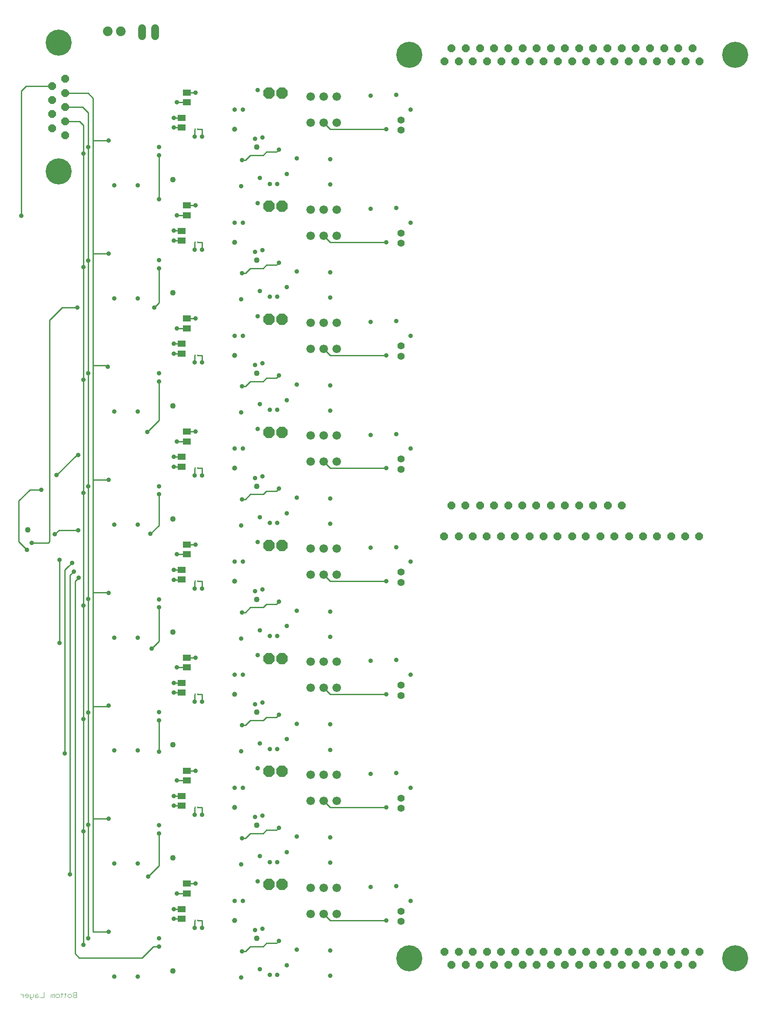
<source format=gbl>
G75*
%MOIN*%
%OFA0B0*%
%FSLAX25Y25*%
%IPPOS*%
%LPD*%
%AMOC8*
5,1,8,0,0,1.08239X$1,22.5*
%
%ADD10C,0.00300*%
%ADD11R,0.05906X0.05118*%
%ADD12C,0.05543*%
%ADD13R,0.01102X0.01693*%
%ADD14OC8,0.06000*%
%ADD15C,0.20000*%
%ADD16C,0.06000*%
%ADD17C,0.07400*%
%ADD18C,0.06600*%
%ADD19OC8,0.08500*%
%ADD20C,0.01000*%
%ADD21C,0.03575*%
%ADD22C,0.04362*%
%ADD23C,0.03969*%
D10*
X0050247Y0077515D02*
X0050920Y0077515D01*
X0050247Y0077515D02*
X0049575Y0078188D01*
X0049575Y0081549D01*
X0048277Y0080877D02*
X0047604Y0081549D01*
X0046260Y0081549D01*
X0045587Y0080877D01*
X0045587Y0080205D01*
X0048277Y0080205D01*
X0048277Y0080877D02*
X0048277Y0079532D01*
X0047604Y0078860D01*
X0046260Y0078860D01*
X0044289Y0078860D02*
X0044289Y0081549D01*
X0044289Y0080205D02*
X0042944Y0081549D01*
X0042272Y0081549D01*
X0049575Y0078860D02*
X0051592Y0078860D01*
X0052265Y0079532D01*
X0052265Y0081549D01*
X0053563Y0080877D02*
X0053563Y0078860D01*
X0055580Y0078860D01*
X0056252Y0079532D01*
X0055580Y0080205D01*
X0053563Y0080205D01*
X0053563Y0080877D02*
X0054235Y0081549D01*
X0055580Y0081549D01*
X0057550Y0078860D02*
X0060240Y0078860D01*
X0060240Y0082894D01*
X0065526Y0080877D02*
X0065526Y0078860D01*
X0066870Y0078860D02*
X0066870Y0080877D01*
X0066198Y0081549D01*
X0065526Y0080877D01*
X0066870Y0080877D02*
X0067543Y0081549D01*
X0068215Y0081549D01*
X0068215Y0078860D01*
X0069513Y0079532D02*
X0069513Y0080877D01*
X0070186Y0081549D01*
X0071530Y0081549D01*
X0072203Y0080877D01*
X0072203Y0079532D01*
X0071530Y0078860D01*
X0070186Y0078860D01*
X0069513Y0079532D01*
X0073517Y0078860D02*
X0074189Y0079532D01*
X0074189Y0082222D01*
X0074861Y0081549D02*
X0073517Y0081549D01*
X0076175Y0081549D02*
X0077520Y0081549D01*
X0076847Y0082222D02*
X0076847Y0079532D01*
X0076175Y0078860D01*
X0078818Y0079532D02*
X0078818Y0080877D01*
X0079490Y0081549D01*
X0080835Y0081549D01*
X0081507Y0080877D01*
X0081507Y0079532D01*
X0080835Y0078860D01*
X0079490Y0078860D01*
X0078818Y0079532D01*
X0082806Y0079532D02*
X0083478Y0078860D01*
X0085495Y0078860D01*
X0085495Y0082894D01*
X0083478Y0082894D01*
X0082806Y0082222D01*
X0082806Y0081549D01*
X0083478Y0080877D01*
X0085495Y0080877D01*
X0083478Y0080877D02*
X0082806Y0080205D01*
X0082806Y0079532D01*
D11*
X0166175Y0139341D03*
X0166175Y0146821D03*
X0169925Y0158716D03*
X0169925Y0166196D03*
X0166175Y0225955D03*
X0166175Y0233435D03*
X0169925Y0245330D03*
X0169925Y0252810D03*
X0166175Y0312569D03*
X0166175Y0320049D03*
X0169925Y0331944D03*
X0169925Y0339424D03*
X0166175Y0399183D03*
X0166175Y0406663D03*
X0169925Y0418558D03*
X0169925Y0426038D03*
X0166175Y0485797D03*
X0166175Y0493278D03*
X0169925Y0505172D03*
X0169925Y0512653D03*
X0166175Y0572411D03*
X0166175Y0579892D03*
X0169925Y0591786D03*
X0169925Y0599267D03*
X0166175Y0659026D03*
X0166175Y0666506D03*
X0169925Y0678401D03*
X0169925Y0685881D03*
X0166175Y0745640D03*
X0166175Y0753120D03*
X0169925Y0765015D03*
X0169925Y0772495D03*
D12*
X0334300Y0751442D03*
X0334300Y0743568D03*
X0334300Y0664828D03*
X0334300Y0656954D03*
X0334300Y0578214D03*
X0334300Y0570340D03*
X0334300Y0491599D03*
X0334300Y0483725D03*
X0334300Y0404985D03*
X0334300Y0397111D03*
X0334300Y0318371D03*
X0334300Y0310497D03*
X0334300Y0231757D03*
X0334300Y0223883D03*
X0334300Y0145143D03*
X0334300Y0137269D03*
D13*
X0178429Y0138081D03*
X0176421Y0138081D03*
X0176421Y0224695D03*
X0178429Y0224695D03*
X0178429Y0311309D03*
X0176421Y0311309D03*
X0176421Y0397923D03*
X0178429Y0397923D03*
X0178429Y0484537D03*
X0176421Y0484537D03*
X0176421Y0571152D03*
X0178429Y0571152D03*
X0178429Y0657766D03*
X0176421Y0657766D03*
X0176421Y0744380D03*
X0178429Y0744380D03*
D14*
X0076800Y0739655D03*
X0076800Y0750455D03*
X0066800Y0755855D03*
X0066800Y0745055D03*
X0076800Y0761255D03*
X0076800Y0772055D03*
X0076800Y0782855D03*
X0066800Y0777455D03*
X0066800Y0766655D03*
X0367750Y0796255D03*
X0373150Y0806255D03*
X0378650Y0796255D03*
X0384050Y0806255D03*
X0389450Y0796255D03*
X0400350Y0796255D03*
X0394950Y0806255D03*
X0405750Y0806255D03*
X0411250Y0796255D03*
X0416650Y0806255D03*
X0422050Y0796255D03*
X0427550Y0806255D03*
X0432950Y0796255D03*
X0438350Y0806255D03*
X0449250Y0806255D03*
X0443850Y0796255D03*
X0454650Y0796255D03*
X0460150Y0806255D03*
X0465550Y0796255D03*
X0470950Y0806255D03*
X0476450Y0796255D03*
X0481850Y0806255D03*
X0487250Y0796255D03*
X0492750Y0806255D03*
X0503650Y0806255D03*
X0509050Y0796255D03*
X0498150Y0796255D03*
X0514450Y0806255D03*
X0519950Y0796255D03*
X0525350Y0806255D03*
X0530750Y0796255D03*
X0536250Y0806255D03*
X0541650Y0796255D03*
X0552550Y0796255D03*
X0557950Y0806255D03*
X0547050Y0806255D03*
X0563350Y0796255D03*
X0503675Y0456107D03*
X0493050Y0456107D03*
X0481800Y0456107D03*
X0471175Y0456107D03*
X0459925Y0456107D03*
X0449300Y0456107D03*
X0438050Y0456107D03*
X0427425Y0456107D03*
X0416800Y0456107D03*
X0405550Y0456107D03*
X0394925Y0456107D03*
X0383675Y0456107D03*
X0373050Y0456107D03*
X0367425Y0432357D03*
X0378675Y0432357D03*
X0389300Y0432357D03*
X0399925Y0432357D03*
X0411175Y0432357D03*
X0421800Y0432357D03*
X0433050Y0432357D03*
X0443675Y0432357D03*
X0454300Y0432357D03*
X0465550Y0432357D03*
X0476175Y0432357D03*
X0487425Y0432357D03*
X0498050Y0432357D03*
X0509300Y0432357D03*
X0519925Y0432357D03*
X0530550Y0432357D03*
X0541800Y0432357D03*
X0552425Y0432357D03*
X0563050Y0432357D03*
X0563350Y0114016D03*
X0552450Y0114016D03*
X0541650Y0114016D03*
X0530750Y0114016D03*
X0519850Y0114016D03*
X0509050Y0114016D03*
X0498150Y0114016D03*
X0487250Y0114016D03*
X0476450Y0114016D03*
X0465550Y0114016D03*
X0454650Y0114016D03*
X0443850Y0114016D03*
X0432950Y0114016D03*
X0422050Y0114016D03*
X0411150Y0114016D03*
X0400350Y0114016D03*
X0389450Y0114016D03*
X0378550Y0114016D03*
X0367750Y0114016D03*
X0373150Y0104016D03*
X0384050Y0104016D03*
X0394850Y0104016D03*
X0405750Y0104016D03*
X0416650Y0104016D03*
X0427550Y0104016D03*
X0438350Y0104016D03*
X0449250Y0104016D03*
X0460150Y0104016D03*
X0470950Y0104016D03*
X0481850Y0104016D03*
X0492750Y0104016D03*
X0503550Y0104016D03*
X0514450Y0104016D03*
X0525350Y0104016D03*
X0536150Y0104016D03*
X0547050Y0104016D03*
X0557950Y0104016D03*
D15*
X0590550Y0109016D03*
X0340550Y0109016D03*
X0071800Y0711955D03*
X0071800Y0810555D03*
X0340550Y0801255D03*
X0590550Y0801255D03*
D16*
X0145550Y0815755D02*
X0145550Y0821755D01*
X0135550Y0821755D02*
X0135550Y0815755D01*
D17*
X0119300Y0819380D03*
X0109300Y0819380D03*
D18*
X0264925Y0769380D03*
X0274925Y0769380D03*
X0284925Y0769380D03*
X0284925Y0749380D03*
X0274925Y0749380D03*
X0264925Y0749380D03*
X0264925Y0682766D03*
X0274925Y0682766D03*
X0284925Y0682766D03*
X0284925Y0662766D03*
X0274925Y0662766D03*
X0264925Y0662766D03*
X0264925Y0596152D03*
X0274925Y0596152D03*
X0284925Y0596152D03*
X0284925Y0576152D03*
X0274925Y0576152D03*
X0264925Y0576152D03*
X0264925Y0509537D03*
X0274925Y0509537D03*
X0284925Y0509537D03*
X0284925Y0489537D03*
X0274925Y0489537D03*
X0264925Y0489537D03*
X0264925Y0422923D03*
X0274925Y0422923D03*
X0284925Y0422923D03*
X0284925Y0402923D03*
X0274925Y0402923D03*
X0264925Y0402923D03*
X0264925Y0336309D03*
X0274925Y0336309D03*
X0284925Y0336309D03*
X0284925Y0316309D03*
X0274925Y0316309D03*
X0264925Y0316309D03*
X0264925Y0249695D03*
X0274925Y0249695D03*
X0284925Y0249695D03*
X0284925Y0229695D03*
X0274925Y0229695D03*
X0264925Y0229695D03*
X0264925Y0163081D03*
X0274925Y0163081D03*
X0284925Y0163081D03*
X0284925Y0143081D03*
X0274925Y0143081D03*
X0264925Y0143081D03*
D19*
X0243050Y0165581D03*
X0233050Y0165581D03*
X0233050Y0252195D03*
X0243050Y0252195D03*
X0243050Y0338809D03*
X0233050Y0338809D03*
X0233050Y0425423D03*
X0243050Y0425423D03*
X0243050Y0512037D03*
X0233050Y0512037D03*
X0233050Y0598652D03*
X0243050Y0598652D03*
X0243050Y0685266D03*
X0233050Y0685266D03*
X0233050Y0771880D03*
X0243050Y0771880D03*
D20*
X0274925Y0749380D02*
X0279925Y0744380D01*
X0323050Y0744380D01*
X0323050Y0657766D02*
X0279925Y0657766D01*
X0274925Y0662766D01*
X0240550Y0642141D02*
X0238675Y0640266D01*
X0231175Y0640266D01*
X0228675Y0637766D01*
X0218675Y0637766D01*
X0214925Y0634016D01*
X0212425Y0634016D01*
X0181800Y0652141D02*
X0181800Y0657766D01*
X0178429Y0657766D01*
X0176421Y0657766D02*
X0176175Y0657520D01*
X0176175Y0652141D01*
X0166175Y0659026D02*
X0166165Y0659016D01*
X0159925Y0659016D01*
X0159925Y0666516D02*
X0166165Y0666516D01*
X0166175Y0666506D01*
X0162425Y0678391D02*
X0169925Y0678401D01*
X0169925Y0685881D02*
X0176800Y0685891D01*
X0148719Y0690522D02*
X0148675Y0690566D01*
X0148675Y0724380D01*
X0159925Y0745630D02*
X0166165Y0745630D01*
X0166175Y0745640D01*
X0166175Y0753120D02*
X0166165Y0753130D01*
X0159925Y0753130D01*
X0162425Y0765005D02*
X0169925Y0765015D01*
X0169925Y0772495D02*
X0176800Y0772505D01*
X0176421Y0744380D02*
X0176175Y0744134D01*
X0176175Y0738755D01*
X0181800Y0738755D02*
X0181800Y0744380D01*
X0178429Y0744380D01*
X0212425Y0720630D02*
X0214925Y0720630D01*
X0218675Y0724380D01*
X0228675Y0724380D01*
X0231175Y0726880D01*
X0238675Y0726880D01*
X0240550Y0728755D01*
X0148675Y0637766D02*
X0148675Y0611467D01*
X0144979Y0607771D01*
X0162425Y0591777D02*
X0169925Y0591786D01*
X0169925Y0599267D02*
X0176800Y0599277D01*
X0166165Y0579902D02*
X0159925Y0579902D01*
X0166165Y0579902D02*
X0166175Y0579892D01*
X0166175Y0572411D02*
X0166165Y0572402D01*
X0159925Y0572402D01*
X0148675Y0551152D02*
X0148675Y0521235D01*
X0139836Y0512397D01*
X0162425Y0505162D02*
X0169925Y0505172D01*
X0169925Y0512653D02*
X0176800Y0512662D01*
X0166165Y0493287D02*
X0159925Y0493287D01*
X0166165Y0493287D02*
X0166175Y0493278D01*
X0166175Y0485797D02*
X0166165Y0485787D01*
X0159925Y0485787D01*
X0148675Y0464537D02*
X0148675Y0440822D01*
X0142174Y0434321D01*
X0162425Y0418548D02*
X0169925Y0418558D01*
X0169925Y0426038D02*
X0176800Y0426048D01*
X0166165Y0406673D02*
X0159925Y0406673D01*
X0166165Y0406673D02*
X0166175Y0406663D01*
X0166175Y0399183D02*
X0166165Y0399173D01*
X0159925Y0399173D01*
X0148675Y0377923D02*
X0148675Y0351993D01*
X0143109Y0346427D01*
X0162425Y0331934D02*
X0169925Y0331944D01*
X0169925Y0339424D02*
X0176800Y0339434D01*
X0166165Y0320059D02*
X0159925Y0320059D01*
X0166165Y0320059D02*
X0166175Y0320049D01*
X0166175Y0312569D02*
X0166165Y0312559D01*
X0159925Y0312559D01*
X0148675Y0291309D02*
X0148675Y0276767D01*
X0148675Y0273809D01*
X0148675Y0267461D01*
X0148719Y0267416D01*
X0162425Y0245320D02*
X0169925Y0245330D01*
X0169925Y0252810D02*
X0176800Y0252820D01*
X0166165Y0233445D02*
X0159925Y0233445D01*
X0166165Y0233445D02*
X0166175Y0233435D01*
X0166175Y0225955D02*
X0166165Y0225945D01*
X0159925Y0225945D01*
X0148675Y0204695D02*
X0148675Y0179946D01*
X0140304Y0171575D01*
X0162425Y0158706D02*
X0169925Y0158716D01*
X0169925Y0166196D02*
X0176800Y0166206D01*
X0166165Y0146831D02*
X0159925Y0146831D01*
X0166165Y0146831D02*
X0166175Y0146821D01*
X0166175Y0139341D02*
X0166165Y0139331D01*
X0159925Y0139331D01*
X0148675Y0118081D02*
X0144315Y0118081D01*
X0135629Y0109395D01*
X0087474Y0109395D01*
X0084202Y0112667D01*
X0084202Y0397854D01*
X0087007Y0400660D01*
X0083267Y0405335D02*
X0080461Y0402530D01*
X0080461Y0173445D01*
X0090550Y0206255D02*
X0090550Y0119380D01*
X0094300Y0123755D02*
X0094300Y0124380D01*
X0094300Y0211255D01*
X0094300Y0297505D01*
X0094300Y0384380D01*
X0094300Y0470630D01*
X0094300Y0557505D01*
X0094300Y0643755D01*
X0094300Y0730630D01*
X0094300Y0756880D01*
X0089925Y0761255D01*
X0076800Y0761255D01*
X0076975Y0771880D02*
X0076800Y0772055D01*
X0076975Y0771880D02*
X0094300Y0771880D01*
X0098050Y0768130D01*
X0098050Y0735630D01*
X0109925Y0735630D01*
X0098050Y0735630D02*
X0098050Y0649016D01*
X0109925Y0649016D01*
X0098050Y0649016D02*
X0098050Y0563356D01*
X0108513Y0563356D01*
X0109448Y0562421D01*
X0098050Y0563356D02*
X0098050Y0475787D01*
X0109925Y0475787D01*
X0098050Y0475787D02*
X0098050Y0389439D01*
X0109659Y0389439D01*
X0109925Y0389173D01*
X0098050Y0389439D02*
X0098050Y0302013D01*
X0109379Y0302013D01*
X0109925Y0302559D01*
X0098050Y0302013D02*
X0098050Y0215989D01*
X0109881Y0215989D01*
X0109925Y0215945D01*
X0098050Y0215989D02*
X0098050Y0129498D01*
X0098050Y0129380D01*
X0098050Y0129331D01*
X0109925Y0129331D01*
X0090550Y0206255D02*
X0090550Y0292505D01*
X0090550Y0379380D01*
X0090550Y0465630D01*
X0090550Y0552505D01*
X0090550Y0638755D01*
X0090550Y0725630D01*
X0090550Y0747505D01*
X0087600Y0750455D01*
X0076800Y0750455D01*
X0066800Y0777455D02*
X0046750Y0777455D01*
X0043050Y0773755D01*
X0043050Y0678130D01*
X0074384Y0607771D02*
X0086072Y0607771D01*
X0074384Y0607771D02*
X0064566Y0597953D01*
X0064566Y0428243D01*
X0063631Y0427308D01*
X0051008Y0427308D01*
X0047268Y0422165D02*
X0041190Y0428243D01*
X0041190Y0459567D01*
X0049605Y0467982D01*
X0058488Y0467982D01*
X0070176Y0479203D02*
X0085604Y0494631D01*
X0086539Y0494631D01*
X0086539Y0437126D02*
X0072046Y0437126D01*
X0068773Y0433853D01*
X0072514Y0414218D02*
X0072514Y0350635D01*
X0076254Y0406737D02*
X0076254Y0266014D01*
X0076254Y0406737D02*
X0078591Y0409075D01*
X0081864Y0411880D01*
X0176175Y0397677D02*
X0176175Y0392298D01*
X0176175Y0397677D02*
X0176421Y0397923D01*
X0178429Y0397923D02*
X0181800Y0397923D01*
X0181800Y0392298D01*
X0212425Y0374173D02*
X0214925Y0374173D01*
X0218675Y0377923D01*
X0228675Y0377923D01*
X0231175Y0380423D01*
X0238675Y0380423D01*
X0240550Y0382298D01*
X0274925Y0402923D02*
X0279925Y0397923D01*
X0323050Y0397923D01*
X0274925Y0316309D02*
X0279925Y0311309D01*
X0323050Y0311309D01*
X0274925Y0229695D02*
X0279925Y0224695D01*
X0323050Y0224695D01*
X0274925Y0143081D02*
X0279925Y0138081D01*
X0323050Y0138081D01*
X0240550Y0122456D02*
X0238675Y0120581D01*
X0231175Y0120581D01*
X0228675Y0118081D01*
X0218675Y0118081D01*
X0214925Y0114331D01*
X0212425Y0114331D01*
X0181800Y0132456D02*
X0181800Y0138081D01*
X0178429Y0138081D01*
X0176421Y0138081D02*
X0176175Y0137835D01*
X0176175Y0132456D01*
X0212425Y0200945D02*
X0214925Y0200945D01*
X0218675Y0204695D01*
X0228675Y0204695D01*
X0231175Y0207195D01*
X0238675Y0207195D01*
X0240550Y0209070D01*
X0214925Y0287559D02*
X0212425Y0287559D01*
X0214925Y0287559D02*
X0218675Y0291309D01*
X0228675Y0291309D01*
X0231175Y0293809D01*
X0238675Y0293809D01*
X0240550Y0295684D01*
X0181800Y0305684D02*
X0181800Y0311309D01*
X0178429Y0311309D01*
X0176421Y0311309D02*
X0176175Y0311063D01*
X0176175Y0305684D01*
X0176421Y0224695D02*
X0176175Y0224449D01*
X0176175Y0219070D01*
X0181800Y0219070D02*
X0181800Y0224695D01*
X0178429Y0224695D01*
X0212425Y0460787D02*
X0214925Y0460787D01*
X0218675Y0464537D01*
X0228675Y0464537D01*
X0231175Y0467037D01*
X0238675Y0467037D01*
X0240550Y0468912D01*
X0274925Y0489537D02*
X0279925Y0484537D01*
X0323050Y0484537D01*
X0323050Y0571152D02*
X0279925Y0571152D01*
X0274925Y0576152D01*
X0240550Y0555527D02*
X0238675Y0553652D01*
X0231175Y0553652D01*
X0228675Y0551152D01*
X0218675Y0551152D01*
X0214925Y0547402D01*
X0212425Y0547402D01*
X0181800Y0565527D02*
X0181800Y0571152D01*
X0178429Y0571152D01*
X0176421Y0571152D02*
X0176175Y0570906D01*
X0176175Y0565527D01*
X0176421Y0484537D02*
X0176175Y0484291D01*
X0176175Y0478912D01*
X0181800Y0478912D02*
X0181800Y0484537D01*
X0178429Y0484537D01*
D21*
X0176175Y0478912D03*
X0181800Y0478912D03*
X0159925Y0485787D03*
X0159925Y0493287D03*
X0162425Y0505162D03*
X0176800Y0512662D03*
X0206800Y0499537D03*
X0213050Y0499537D03*
X0224300Y0514537D03*
X0233675Y0529277D03*
X0239300Y0529277D03*
X0246800Y0536777D03*
X0254300Y0548652D03*
X0240550Y0555527D03*
X0228050Y0564902D03*
X0222425Y0563652D03*
X0212425Y0547402D03*
X0211800Y0527402D03*
X0226175Y0533652D03*
X0213050Y0586152D03*
X0206800Y0586152D03*
X0224300Y0601152D03*
X0233675Y0615891D03*
X0239300Y0615891D03*
X0246800Y0623391D03*
X0254300Y0635266D03*
X0240550Y0642141D03*
X0228050Y0651516D03*
X0222425Y0650266D03*
X0212425Y0634016D03*
X0211800Y0614016D03*
X0226175Y0620266D03*
X0213050Y0672766D03*
X0206800Y0672766D03*
X0224300Y0687766D03*
X0233675Y0702505D03*
X0239300Y0702505D03*
X0246800Y0710005D03*
X0254300Y0721880D03*
X0240550Y0728755D03*
X0228050Y0738130D03*
X0222425Y0736880D03*
X0212425Y0720630D03*
X0211800Y0700630D03*
X0226175Y0706880D03*
X0213050Y0759380D03*
X0206800Y0759380D03*
X0224300Y0774380D03*
X0176800Y0772505D03*
X0162425Y0765005D03*
X0159925Y0753130D03*
X0159925Y0745630D03*
X0148675Y0730630D03*
X0148675Y0724380D03*
X0132425Y0701255D03*
X0114300Y0701255D03*
X0094300Y0730630D03*
X0090550Y0725630D03*
X0109925Y0735630D03*
X0148719Y0690522D03*
X0162425Y0678391D03*
X0159925Y0666516D03*
X0159925Y0659016D03*
X0148675Y0644016D03*
X0148675Y0637766D03*
X0132425Y0614641D03*
X0144979Y0607771D03*
X0162425Y0591777D03*
X0159925Y0579902D03*
X0159925Y0572402D03*
X0148675Y0557402D03*
X0148675Y0551152D03*
X0132425Y0528027D03*
X0139836Y0512397D03*
X0114300Y0528027D03*
X0094300Y0557505D03*
X0090550Y0552505D03*
X0109448Y0562421D03*
X0086072Y0607771D03*
X0114300Y0614641D03*
X0094300Y0643755D03*
X0090550Y0638755D03*
X0109925Y0649016D03*
X0176175Y0652141D03*
X0181800Y0652141D03*
X0176800Y0685891D03*
X0176175Y0738755D03*
X0181800Y0738755D03*
X0176800Y0599277D03*
X0176175Y0565527D03*
X0181800Y0565527D03*
X0222425Y0477037D03*
X0228050Y0478287D03*
X0240550Y0468912D03*
X0254300Y0462037D03*
X0246800Y0450162D03*
X0239300Y0442662D03*
X0233675Y0442662D03*
X0226175Y0447037D03*
X0224300Y0427923D03*
X0211800Y0440787D03*
X0212425Y0460787D03*
X0213050Y0412923D03*
X0206800Y0412923D03*
X0222425Y0390423D03*
X0228050Y0391673D03*
X0240550Y0382298D03*
X0254300Y0375423D03*
X0246800Y0363548D03*
X0239300Y0356048D03*
X0233675Y0356048D03*
X0226175Y0360423D03*
X0224300Y0341309D03*
X0211800Y0354173D03*
X0212425Y0374173D03*
X0181800Y0392298D03*
X0176175Y0392298D03*
X0159925Y0399173D03*
X0159925Y0406673D03*
X0162425Y0418548D03*
X0176800Y0426048D03*
X0148675Y0464537D03*
X0148675Y0470787D03*
X0132425Y0441412D03*
X0142174Y0434321D03*
X0114300Y0441412D03*
X0094300Y0470630D03*
X0090550Y0465630D03*
X0070176Y0479203D03*
X0058488Y0467982D03*
X0068773Y0433853D03*
X0072514Y0414218D03*
X0081864Y0411880D03*
X0083267Y0405335D03*
X0087007Y0400660D03*
X0094300Y0384380D03*
X0090550Y0379380D03*
X0072514Y0350635D03*
X0094300Y0297505D03*
X0090550Y0292505D03*
X0076254Y0266014D03*
X0114300Y0268184D03*
X0132425Y0268184D03*
X0148719Y0267416D03*
X0162425Y0245320D03*
X0159925Y0233445D03*
X0159925Y0225945D03*
X0148675Y0210945D03*
X0148675Y0204695D03*
X0132425Y0181570D03*
X0140304Y0171575D03*
X0162425Y0158706D03*
X0159925Y0146831D03*
X0159925Y0139331D03*
X0148675Y0124331D03*
X0148675Y0118081D03*
X0132425Y0094956D03*
X0114300Y0094956D03*
X0090550Y0119380D03*
X0094300Y0124380D03*
X0109925Y0129331D03*
X0080461Y0173445D03*
X0090550Y0206255D03*
X0094300Y0211255D03*
X0109925Y0215945D03*
X0114300Y0181570D03*
X0176800Y0166206D03*
X0176175Y0132456D03*
X0181800Y0132456D03*
X0206800Y0153081D03*
X0213050Y0153081D03*
X0224300Y0168081D03*
X0233675Y0182820D03*
X0239300Y0182820D03*
X0246800Y0190320D03*
X0254300Y0202195D03*
X0240550Y0209070D03*
X0228050Y0218445D03*
X0222425Y0217195D03*
X0212425Y0200945D03*
X0226175Y0187195D03*
X0211800Y0180945D03*
X0181800Y0219070D03*
X0176175Y0219070D03*
X0176800Y0252820D03*
X0206800Y0239695D03*
X0213050Y0239695D03*
X0224300Y0254695D03*
X0233675Y0269434D03*
X0239300Y0269434D03*
X0246800Y0276934D03*
X0254300Y0288809D03*
X0240550Y0295684D03*
X0228050Y0305059D03*
X0222425Y0303809D03*
X0212425Y0287559D03*
X0211800Y0267559D03*
X0226175Y0273809D03*
X0213050Y0326309D03*
X0206800Y0326309D03*
X0181800Y0305684D03*
X0176175Y0305684D03*
X0159925Y0312559D03*
X0159925Y0320059D03*
X0162425Y0331934D03*
X0176800Y0339434D03*
X0148675Y0377923D03*
X0148675Y0384173D03*
X0132425Y0354798D03*
X0143109Y0346427D03*
X0114300Y0354798D03*
X0109925Y0389173D03*
X0086539Y0437126D03*
X0109925Y0475787D03*
X0086539Y0494631D03*
X0051008Y0427308D03*
X0047268Y0422165D03*
X0109925Y0302559D03*
X0148675Y0297559D03*
X0148675Y0291309D03*
X0228050Y0131831D03*
X0222425Y0130581D03*
X0212425Y0114331D03*
X0226175Y0100581D03*
X0233675Y0096206D03*
X0239300Y0096206D03*
X0246800Y0103706D03*
X0254300Y0115581D03*
X0240550Y0122456D03*
X0211800Y0094331D03*
X0279925Y0095581D03*
X0279925Y0114956D03*
X0311175Y0163706D03*
X0330550Y0164331D03*
X0341800Y0153081D03*
X0323050Y0138081D03*
X0279925Y0182195D03*
X0279925Y0201570D03*
X0311175Y0250320D03*
X0330550Y0250945D03*
X0341800Y0239695D03*
X0323050Y0224695D03*
X0279925Y0268809D03*
X0279925Y0288184D03*
X0311175Y0336934D03*
X0330550Y0337559D03*
X0341800Y0326309D03*
X0323050Y0311309D03*
X0279925Y0355423D03*
X0279925Y0374798D03*
X0311175Y0423548D03*
X0330550Y0424173D03*
X0341800Y0412923D03*
X0323050Y0397923D03*
X0279925Y0442037D03*
X0279925Y0461412D03*
X0311175Y0510162D03*
X0330550Y0510787D03*
X0341800Y0499537D03*
X0323050Y0484537D03*
X0279925Y0528652D03*
X0279925Y0548027D03*
X0311175Y0596777D03*
X0330550Y0597402D03*
X0341800Y0586152D03*
X0323050Y0571152D03*
X0279925Y0615266D03*
X0279925Y0634641D03*
X0311175Y0683391D03*
X0330550Y0684016D03*
X0341800Y0672766D03*
X0323050Y0657766D03*
X0279925Y0701880D03*
X0279925Y0721255D03*
X0311175Y0770005D03*
X0330550Y0770630D03*
X0341800Y0759380D03*
X0323050Y0744380D03*
X0043050Y0678130D03*
D22*
X0159300Y0705630D03*
X0223675Y0730630D03*
X0223675Y0644016D03*
X0159300Y0619016D03*
X0159300Y0532402D03*
X0159300Y0445787D03*
X0223675Y0470787D03*
X0223675Y0384173D03*
X0159300Y0359173D03*
X0159300Y0272559D03*
X0223675Y0297559D03*
X0223675Y0210945D03*
X0159300Y0185945D03*
X0159300Y0099331D03*
X0223675Y0124331D03*
X0048050Y0437313D03*
X0223675Y0557402D03*
D23*
X0206800Y0571152D03*
X0206800Y0657766D03*
X0206800Y0744380D03*
X0206800Y0484537D03*
X0206800Y0397923D03*
X0206800Y0311309D03*
X0206800Y0224695D03*
X0206800Y0138081D03*
M02*

</source>
